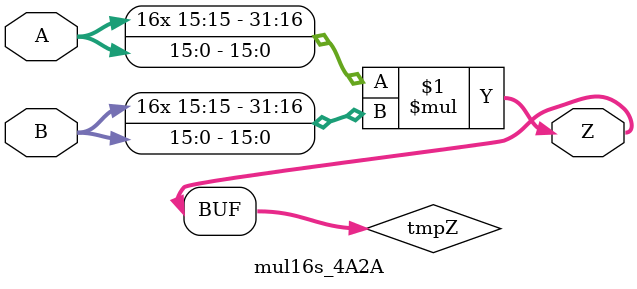
<source format=v>
/***
* This code is a part of EvoApproxLib library (ehw.fit.vutbr.cz/approxlib) distributed under The MIT License.
* When used, please cite the following article(s): V. Mrazek, Z. Vasicek, L. Sekanina, H. Jiang and J. Han, "Scalable Construction of Approximate Multipliers With Formally Guaranteed Worst Case Error" in IEEE Transactions on Very Large Scale Integration (VLSI) Systems, vol. 26, no. 11, pp. 2572-2576, Nov. 2018. doi: 10.1109/TVLSI.2018.2856362 
* This file contains a circuit from a sub-set of pareto optimal circuits with respect to the pwr and mae parameters
***/

//Behavioral model of 16-bit Signed Truncated Multiplier
//Truncated bits: 0

module mul16s_4A2A(
	A, 
	B,
	Z
);

input signed [16-1:0] A;
input signed [16-1:0] B;
output signed [2*16-1:0] Z;

wire signed [2*(16-0)-1:0] tmpZ;
assign tmpZ = $signed(A[16-1:0]) * $signed(B[16-1:0]);
assign Z = $signed(tmpZ);
endmodule


// internal reference: truncation-tm.16.mul16s_4A2A


</source>
